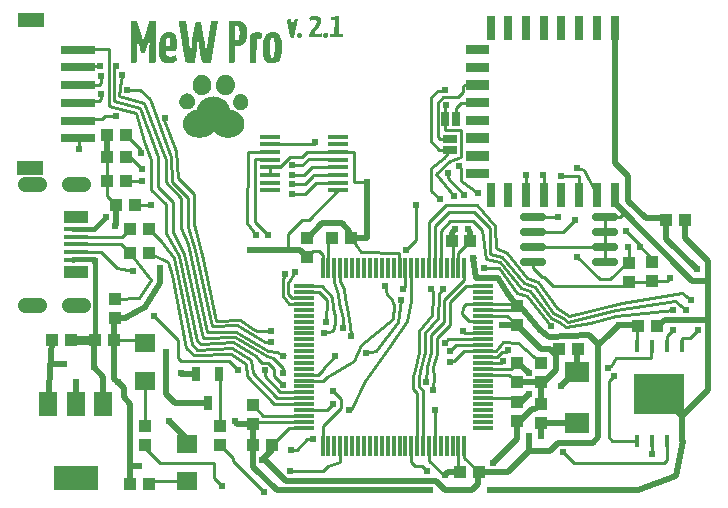
<source format=gtl>
G04 ---------------------------- Layer name :TOP LAYER*
G04 EasyEDA v5.7.22, Tue, 28 Aug 2018 07:39:09 GMT*
G04 bfd24f9e386c429bb71d77877026fdf2*
G04 Gerber Generator version 0.2*
G04 Scale: 100 percent, Rotated: No, Reflected: No *
G04 Dimensions in inches *
G04 leading zeros omitted , absolute positions ,2 integer and 4 decimal *
%FSLAX24Y24*%
%MOIN*%
G90*
G70D02*

%ADD11C,0.030000*%
%ADD12C,0.016000*%
%ADD13C,0.020000*%
%ADD14C,0.010000*%
%ADD15C,0.009000*%
%ADD16C,0.027559*%
%ADD18C,0.024400*%
%ADD19R,0.149606X0.078740*%
%ADD20R,0.059055X0.078740*%
%ADD21R,0.017717X0.039370*%
%ADD22R,0.167323X0.133858*%
%ADD23R,0.082677X0.017717*%
%ADD24R,0.082677X0.043307*%
%ADD25R,0.039370X0.043307*%
%ADD26R,0.043307X0.039370*%
%ADD27R,0.080000X0.070000*%
%ADD28R,0.027559X0.049213*%
%ADD29R,0.070900X0.063000*%
%ADD30R,0.118110X0.027600*%
%ADD31R,0.086614X0.051181*%
%ADD32R,0.071000X0.016000*%
%ADD33R,0.071500X0.012500*%
%ADD34R,0.012500X0.071500*%
%ADD35R,0.050000X0.025000*%
%ADD36R,0.025000X0.050000*%
%ADD37R,0.031500X0.078740*%
%ADD38C,0.051181*%

%LPD*%

%LPD*%
G36*
G01X7120Y12259D02*
G01X7091Y12259D01*
G01X7063Y12259D01*
G01X7035Y12261D01*
G01X7008Y12264D01*
G01X6983Y12267D01*
G01X6959Y12271D01*
G01X6937Y12276D01*
G01X6918Y12282D01*
G01X6896Y12290D01*
G01X6875Y12299D01*
G01X6854Y12308D01*
G01X6834Y12318D01*
G01X6815Y12329D01*
G01X6796Y12340D01*
G01X6777Y12351D01*
G01X6759Y12364D01*
G01X6741Y12377D01*
G01X6724Y12391D01*
G01X6708Y12405D01*
G01X6691Y12420D01*
G01X6639Y12470D01*
G01X6587Y12420D01*
G01X6569Y12403D01*
G01X6550Y12387D01*
G01X6532Y12372D01*
G01X6513Y12358D01*
G01X6495Y12345D01*
G01X6476Y12334D01*
G01X6457Y12323D01*
G01X6438Y12313D01*
G01X6418Y12304D01*
G01X6398Y12296D01*
G01X6377Y12288D01*
G01X6356Y12282D01*
G01X6334Y12276D01*
G01X6312Y12272D01*
G01X6288Y12268D01*
G01X6265Y12265D01*
G01X6240Y12263D01*
G01X6214Y12261D01*
G01X6188Y12260D01*
G01X6161Y12260D01*
G01X6132Y12261D01*
G01X6104Y12262D01*
G01X6077Y12265D01*
G01X6051Y12267D01*
G01X6026Y12271D01*
G01X6002Y12276D01*
G01X5979Y12282D01*
G01X5956Y12288D01*
G01X5934Y12295D01*
G01X5913Y12304D01*
G01X5892Y12313D01*
G01X5872Y12323D01*
G01X5853Y12334D01*
G01X5833Y12346D01*
G01X5815Y12359D01*
G01X5796Y12374D01*
G01X5778Y12389D01*
G01X5761Y12405D01*
G01X5743Y12423D01*
G01X5726Y12441D01*
G01X5706Y12464D01*
G01X5689Y12486D01*
G01X5673Y12508D01*
G01X5660Y12529D01*
G01X5649Y12551D01*
G01X5639Y12572D01*
G01X5632Y12595D01*
G01X5626Y12618D01*
G01X5621Y12642D01*
G01X5618Y12668D01*
G01X5616Y12696D01*
G01X5616Y12726D01*
G01X5616Y12756D01*
G01X5618Y12784D01*
G01X5621Y12810D01*
G01X5626Y12835D01*
G01X5632Y12858D01*
G01X5640Y12881D01*
G01X5650Y12903D01*
G01X5662Y12925D01*
G01X5676Y12947D01*
G01X5692Y12969D01*
G01X5711Y12992D01*
G01X5732Y13016D01*
G01X5750Y13034D01*
G01X5770Y13053D01*
G01X5791Y13070D01*
G01X5815Y13088D01*
G01X5839Y13105D01*
G01X5864Y13120D01*
G01X5889Y13135D01*
G01X5914Y13148D01*
G01X5939Y13159D01*
G01X5963Y13169D01*
G01X5986Y13176D01*
G01X6007Y13181D01*
G01X6041Y13190D01*
G01X6064Y13201D01*
G01X6078Y13216D01*
G01X6082Y13235D01*
G01X6085Y13252D01*
G01X6092Y13275D01*
G01X6103Y13302D01*
G01X6117Y13331D01*
G01X6133Y13360D01*
G01X6150Y13389D01*
G01X6169Y13416D01*
G01X6187Y13439D01*
G01X6204Y13458D01*
G01X6222Y13476D01*
G01X6241Y13493D01*
G01X6260Y13509D01*
G01X6281Y13524D01*
G01X6302Y13539D01*
G01X6323Y13552D01*
G01X6346Y13564D01*
G01X6369Y13576D01*
G01X6392Y13586D01*
G01X6416Y13595D01*
G01X6441Y13603D01*
G01X6466Y13611D01*
G01X6491Y13617D01*
G01X6516Y13621D01*
G01X6542Y13625D01*
G01X6570Y13628D01*
G01X6597Y13629D01*
G01X6624Y13630D01*
G01X6651Y13629D01*
G01X6677Y13628D01*
G01X6703Y13625D01*
G01X6729Y13621D01*
G01X6754Y13616D01*
G01X6779Y13611D01*
G01X6803Y13604D01*
G01X6827Y13596D01*
G01X6851Y13588D01*
G01X6874Y13578D01*
G01X6896Y13567D01*
G01X6918Y13556D01*
G01X6939Y13544D01*
G01X6959Y13530D01*
G01X6979Y13516D01*
G01X6998Y13501D01*
G01X7016Y13486D01*
G01X7034Y13469D01*
G01X7051Y13452D01*
G01X7066Y13433D01*
G01X7081Y13414D01*
G01X7096Y13395D01*
G01X7109Y13374D01*
G01X7121Y13353D01*
G01X7133Y13331D01*
G01X7143Y13308D01*
G01X7152Y13284D01*
G01X7160Y13260D01*
G01X7165Y13241D01*
G01X7172Y13218D01*
G01X7185Y13204D01*
G01X7212Y13193D01*
G01X7259Y13181D01*
G01X7287Y13174D01*
G01X7314Y13165D01*
G01X7341Y13155D01*
G01X7367Y13144D01*
G01X7392Y13132D01*
G01X7417Y13119D01*
G01X7441Y13105D01*
G01X7463Y13090D01*
G01X7485Y13074D01*
G01X7505Y13057D01*
G01X7525Y13039D01*
G01X7542Y13020D01*
G01X7557Y13003D01*
G01X7571Y12985D01*
G01X7584Y12967D01*
G01X7596Y12949D01*
G01X7607Y12931D01*
G01X7617Y12912D01*
G01X7626Y12893D01*
G01X7634Y12875D01*
G01X7641Y12855D01*
G01X7647Y12836D01*
G01X7652Y12817D01*
G01X7656Y12798D01*
G01X7659Y12779D01*
G01X7661Y12760D01*
G01X7662Y12740D01*
G01X7663Y12721D01*
G01X7662Y12702D01*
G01X7661Y12683D01*
G01X7658Y12664D01*
G01X7655Y12645D01*
G01X7651Y12627D01*
G01X7645Y12608D01*
G01X7640Y12590D01*
G01X7633Y12572D01*
G01X7625Y12554D01*
G01X7616Y12536D01*
G01X7607Y12519D01*
G01X7597Y12502D01*
G01X7586Y12485D01*
G01X7574Y12469D01*
G01X7561Y12453D01*
G01X7547Y12437D01*
G01X7533Y12422D01*
G01X7518Y12407D01*
G01X7502Y12393D01*
G01X7485Y12379D01*
G01X7467Y12366D01*
G01X7449Y12353D01*
G01X7430Y12341D01*
G01X7410Y12329D01*
G01X7389Y12318D01*
G01X7368Y12307D01*
G01X7346Y12298D01*
G01X7323Y12288D01*
G01X7303Y12282D01*
G01X7281Y12276D01*
G01X7257Y12271D01*
G01X7232Y12267D01*
G01X7205Y12264D01*
G01X7177Y12261D01*
G01X7149Y12259D01*
G01X7120Y12259D01*
G37*

%LPC*%

%LPD*%
G36*
G01X7549Y13170D02*
G01X7531Y13170D01*
G01X7513Y13171D01*
G01X7495Y13173D01*
G01X7477Y13177D01*
G01X7459Y13183D01*
G01X7441Y13190D01*
G01X7424Y13199D01*
G01X7407Y13210D01*
G01X7390Y13222D01*
G01X7374Y13236D01*
G01X7358Y13252D01*
G01X7343Y13270D01*
G01X7330Y13289D01*
G01X7319Y13308D01*
G01X7309Y13328D01*
G01X7301Y13348D01*
G01X7294Y13369D01*
G01X7289Y13390D01*
G01X7286Y13411D01*
G01X7284Y13432D01*
G01X7283Y13453D01*
G01X7285Y13475D01*
G01X7287Y13495D01*
G01X7292Y13516D01*
G01X7297Y13536D01*
G01X7304Y13556D01*
G01X7313Y13575D01*
G01X7323Y13593D01*
G01X7334Y13611D01*
G01X7347Y13627D01*
G01X7362Y13642D01*
G01X7377Y13657D01*
G01X7394Y13670D01*
G01X7412Y13682D01*
G01X7432Y13692D01*
G01X7452Y13701D01*
G01X7473Y13707D01*
G01X7494Y13711D01*
G01X7516Y13714D01*
G01X7537Y13715D01*
G01X7558Y13713D01*
G01X7579Y13710D01*
G01X7599Y13705D01*
G01X7619Y13698D01*
G01X7639Y13690D01*
G01X7658Y13680D01*
G01X7676Y13669D01*
G01X7693Y13656D01*
G01X7708Y13641D01*
G01X7723Y13626D01*
G01X7737Y13608D01*
G01X7749Y13590D01*
G01X7760Y13570D01*
G01X7769Y13550D01*
G01X7776Y13528D01*
G01X7782Y13505D01*
G01X7786Y13482D01*
G01X7788Y13461D01*
G01X7789Y13439D01*
G01X7788Y13418D01*
G01X7785Y13398D01*
G01X7782Y13378D01*
G01X7777Y13359D01*
G01X7770Y13340D01*
G01X7763Y13322D01*
G01X7754Y13305D01*
G01X7744Y13289D01*
G01X7733Y13274D01*
G01X7721Y13259D01*
G01X7709Y13245D01*
G01X7695Y13233D01*
G01X7681Y13221D01*
G01X7666Y13211D01*
G01X7651Y13201D01*
G01X7635Y13193D01*
G01X7618Y13186D01*
G01X7601Y13180D01*
G01X7584Y13175D01*
G01X7567Y13172D01*
G01X7549Y13170D01*
G37*

%LPC*%

%LPD*%
G36*
G01X5777Y13201D02*
G01X5753Y13200D01*
G01X5729Y13201D01*
G01X5706Y13204D01*
G01X5684Y13209D01*
G01X5662Y13215D01*
G01X5642Y13223D01*
G01X5623Y13232D01*
G01X5604Y13244D01*
G01X5587Y13256D01*
G01X5571Y13271D01*
G01X5556Y13286D01*
G01X5542Y13303D01*
G01X5530Y13321D01*
G01X5519Y13340D01*
G01X5510Y13360D01*
G01X5502Y13381D01*
G01X5496Y13404D01*
G01X5492Y13427D01*
G01X5489Y13451D01*
G01X5489Y13476D01*
G01X5490Y13496D01*
G01X5493Y13515D01*
G01X5498Y13536D01*
G01X5506Y13555D01*
G01X5515Y13575D01*
G01X5525Y13594D01*
G01X5537Y13613D01*
G01X5550Y13631D01*
G01X5565Y13648D01*
G01X5580Y13664D01*
G01X5597Y13679D01*
G01X5614Y13692D01*
G01X5632Y13704D01*
G01X5650Y13713D01*
G01X5668Y13721D01*
G01X5687Y13727D01*
G01X5709Y13731D01*
G01X5733Y13734D01*
G01X5757Y13734D01*
G01X5781Y13732D01*
G01X5805Y13728D01*
G01X5828Y13723D01*
G01X5850Y13715D01*
G01X5870Y13707D01*
G01X5889Y13696D01*
G01X5906Y13684D01*
G01X5922Y13671D01*
G01X5937Y13658D01*
G01X5951Y13643D01*
G01X5963Y13628D01*
G01X5973Y13612D01*
G01X5983Y13596D01*
G01X5991Y13579D01*
G01X5998Y13561D01*
G01X6004Y13544D01*
G01X6008Y13526D01*
G01X6011Y13507D01*
G01X6013Y13489D01*
G01X6014Y13470D01*
G01X6014Y13452D01*
G01X6012Y13434D01*
G01X6010Y13415D01*
G01X6006Y13397D01*
G01X6001Y13380D01*
G01X5994Y13362D01*
G01X5987Y13346D01*
G01X5979Y13329D01*
G01X5969Y13313D01*
G01X5959Y13299D01*
G01X5947Y13284D01*
G01X5935Y13271D01*
G01X5921Y13259D01*
G01X5907Y13247D01*
G01X5891Y13237D01*
G01X5875Y13228D01*
G01X5857Y13219D01*
G01X5839Y13213D01*
G01X5819Y13207D01*
G01X5799Y13203D01*
G01X5777Y13201D01*
G37*

%LPC*%

%LPD*%
G36*
G01X6267Y13679D02*
G01X6245Y13678D01*
G01X6223Y13679D01*
G01X6201Y13681D01*
G01X6180Y13684D01*
G01X6160Y13689D01*
G01X6140Y13695D01*
G01X6121Y13703D01*
G01X6103Y13711D01*
G01X6085Y13721D01*
G01X6069Y13732D01*
G01X6053Y13744D01*
G01X6038Y13757D01*
G01X6024Y13772D01*
G01X6010Y13787D01*
G01X5998Y13803D01*
G01X5987Y13821D01*
G01X5977Y13839D01*
G01X5968Y13858D01*
G01X5960Y13878D01*
G01X5953Y13898D01*
G01X5947Y13920D01*
G01X5943Y13942D01*
G01X5940Y13965D01*
G01X5938Y13988D01*
G01X5937Y14012D01*
G01X5938Y14036D01*
G01X5939Y14060D01*
G01X5943Y14083D01*
G01X5947Y14105D01*
G01X5952Y14126D01*
G01X5959Y14147D01*
G01X5967Y14167D01*
G01X5976Y14187D01*
G01X5986Y14205D01*
G01X5997Y14223D01*
G01X6010Y14240D01*
G01X6023Y14255D01*
G01X6038Y14271D01*
G01X6053Y14285D01*
G01X6070Y14298D01*
G01X6087Y14310D01*
G01X6105Y14321D01*
G01X6125Y14331D01*
G01X6145Y14340D01*
G01X6167Y14348D01*
G01X6187Y14353D01*
G01X6212Y14355D01*
G01X6241Y14355D01*
G01X6271Y14353D01*
G01X6301Y14350D01*
G01X6329Y14344D01*
G01X6356Y14336D01*
G01X6377Y14328D01*
G01X6398Y14316D01*
G01X6418Y14303D01*
G01X6437Y14289D01*
G01X6454Y14274D01*
G01X6471Y14258D01*
G01X6486Y14240D01*
G01X6499Y14221D01*
G01X6511Y14202D01*
G01X6522Y14181D01*
G01X6532Y14159D01*
G01X6540Y14137D01*
G01X6547Y14113D01*
G01X6552Y14089D01*
G01X6556Y14064D01*
G01X6558Y14039D01*
G01X6559Y14012D01*
G01X6558Y13988D01*
G01X6556Y13965D01*
G01X6553Y13942D01*
G01X6548Y13920D01*
G01X6542Y13899D01*
G01X6535Y13878D01*
G01X6527Y13859D01*
G01X6518Y13840D01*
G01X6508Y13822D01*
G01X6496Y13805D01*
G01X6484Y13788D01*
G01X6470Y13773D01*
G01X6456Y13759D01*
G01X6440Y13746D01*
G01X6424Y13733D01*
G01X6407Y13722D01*
G01X6389Y13712D01*
G01X6371Y13703D01*
G01X6351Y13696D01*
G01X6331Y13690D01*
G01X6311Y13685D01*
G01X6289Y13681D01*
G01X6267Y13679D01*
G37*

%LPC*%

%LPD*%
G36*
G01X7051Y13679D02*
G01X7027Y13678D01*
G01X7001Y13680D01*
G01X6977Y13682D01*
G01X6953Y13687D01*
G01X6930Y13693D01*
G01X6908Y13701D01*
G01X6886Y13711D01*
G01X6866Y13722D01*
G01X6847Y13734D01*
G01X6829Y13749D01*
G01X6812Y13764D01*
G01X6796Y13781D01*
G01X6781Y13800D01*
G01X6768Y13819D01*
G01X6756Y13840D01*
G01X6745Y13862D01*
G01X6736Y13885D01*
G01X6728Y13909D01*
G01X6722Y13934D01*
G01X6718Y13961D01*
G01X6715Y13988D01*
G01X6714Y14012D01*
G01X6714Y14035D01*
G01X6716Y14058D01*
G01X6719Y14081D01*
G01X6723Y14103D01*
G01X6729Y14125D01*
G01X6736Y14146D01*
G01X6744Y14166D01*
G01X6753Y14186D01*
G01X6764Y14205D01*
G01X6776Y14223D01*
G01X6788Y14240D01*
G01X6802Y14257D01*
G01X6817Y14272D01*
G01X6833Y14286D01*
G01X6850Y14300D01*
G01X6868Y14312D01*
G01X6887Y14323D01*
G01X6906Y14333D01*
G01X6927Y14341D01*
G01X6948Y14348D01*
G01X6970Y14353D01*
G01X6991Y14357D01*
G01X7013Y14358D01*
G01X7035Y14358D01*
G01X7057Y14356D01*
G01X7078Y14353D01*
G01X7099Y14348D01*
G01X7120Y14342D01*
G01X7141Y14334D01*
G01X7160Y14324D01*
G01X7180Y14313D01*
G01X7198Y14301D01*
G01X7216Y14287D01*
G01X7233Y14272D01*
G01X7249Y14256D01*
G01X7264Y14238D01*
G01X7277Y14220D01*
G01X7290Y14200D01*
G01X7301Y14179D01*
G01X7310Y14159D01*
G01X7318Y14138D01*
G01X7325Y14117D01*
G01X7330Y14096D01*
G01X7335Y14075D01*
G01X7338Y14054D01*
G01X7339Y14033D01*
G01X7340Y14012D01*
G01X7339Y13991D01*
G01X7337Y13970D01*
G01X7334Y13950D01*
G01X7330Y13929D01*
G01X7324Y13909D01*
G01X7317Y13889D01*
G01X7309Y13870D01*
G01X7300Y13851D01*
G01X7290Y13833D01*
G01X7278Y13815D01*
G01X7266Y13798D01*
G01X7252Y13781D01*
G01X7236Y13763D01*
G01X7219Y13748D01*
G01X7203Y13734D01*
G01X7186Y13721D01*
G01X7169Y13711D01*
G01X7152Y13702D01*
G01X7133Y13694D01*
G01X7114Y13688D01*
G01X7094Y13684D01*
G01X7073Y13681D01*
G01X7051Y13679D01*
G37*

%LPC*%

%LPD*%
G54D11*
G01X1867Y5498D02*
G01X2695Y5498D01*
G01X2695Y5498D01*
G54D12*
G01X2695Y5498D02*
G01X2695Y8134D01*
G01X2695Y8134D02*
G01X2695Y8134D01*
G01X2631Y8198D01*
G01X1947Y8198D01*
G01X1935Y8186D01*
G54D13*
G01X2937Y3378D02*
G01X2937Y4292D01*
G01X2631Y4598D01*
G01X2631Y4598D02*
G01X2631Y4598D01*
G01X2631Y5434D01*
G01X2695Y5498D01*
G01X1126Y3378D02*
G01X1237Y5498D01*
G01X1237Y5498D01*
G54D14*
G01X5731Y798D02*
G01X4567Y798D01*
G01X4467Y698D01*
G01X4331Y4138D02*
G01X4331Y2634D01*
G01X4331Y2634D01*
G01X4331Y2003D02*
G01X4331Y1898D01*
G01X4831Y1398D01*
G01X6631Y1398D01*
G54D13*
G01X6057Y4390D02*
G01X5539Y4390D01*
G01X5531Y4398D01*
G01X1195Y4703D02*
G01X1626Y4703D01*
G01X1631Y4698D01*
G54D12*
G01X1935Y9209D02*
G01X2643Y9209D01*
G01X3031Y9598D01*
G54D13*
G01X3325Y5498D02*
G01X3325Y6255D01*
G01X3331Y6261D01*
G01X2031Y3378D02*
G01X2031Y4098D01*
G01X3325Y5498D02*
G01X3325Y4203D01*
G01X3431Y4098D01*
G54D14*
G01X1935Y8953D02*
G01X3593Y8953D01*
G01X3837Y9198D01*
G01X3331Y8698D02*
G01X3537Y8698D01*
G01X3837Y8398D01*
G01X3331Y6892D02*
G01X4131Y6903D01*
G01X4531Y7498D01*
G01X3837Y8398D01*
G01X3331Y8698D02*
G01X1935Y8698D01*
G01X3325Y5498D02*
G01X4231Y5498D01*
G01X4331Y5398D01*
G01X6831Y2634D02*
G01X6831Y4363D01*
G01X6805Y4390D01*
G01X1935Y8442D02*
G01X2887Y8442D01*
G01X3420Y7909D01*
G01X3931Y7798D01*
G01X3725Y11598D02*
G01X3831Y11598D01*
G01X4231Y11198D01*
G01X3725Y10798D02*
G01X4231Y10798D01*
G01X4231Y10798D01*
G01X4025Y9998D02*
G01X4531Y9998D01*
G01X4531Y9998D01*
G01X3095Y11598D02*
G01X3095Y10798D01*
G01X3095Y10798D02*
G01X3095Y10298D01*
G01X3395Y9998D01*
G54D13*
G01X3331Y6261D02*
G01X3695Y6261D01*
G01X4331Y6598D01*
G01X4831Y7398D01*
G01X4831Y7898D01*
G01X3395Y9998D02*
G01X3395Y9361D01*
G01X3331Y9298D01*
G01X5031Y5098D02*
G01X5031Y3698D01*
G01X5331Y3398D01*
G01X6423Y3398D01*
G01X6431Y3405D01*
G01X5731Y2057D02*
G01X5731Y2198D01*
G01X5131Y2798D01*
G01X3837Y698D02*
G01X3837Y3392D01*
G01X3631Y3598D01*
G01X3631Y3898D01*
G01X3431Y4098D01*
G01X3091Y12188D02*
G01X3081Y12148D01*
G01X3095Y11598D01*
G54D14*
G01X3725Y12338D02*
G01X4210Y11852D01*
G01X4210Y11798D01*
G01X4210Y11737D01*
G01X9661Y3378D02*
G01X8651Y3378D01*
G01X7731Y4298D01*
G01X7711Y4707D01*
G01X7221Y5038D01*
G01X5981Y5017D01*
G01X5721Y5257D01*
G01X5261Y7678D01*
G01X5111Y8117D01*
G01X4467Y8398D01*
G01X4467Y8398D01*
G01X9661Y3567D02*
G01X8761Y3567D01*
G01X7931Y4398D01*
G01X7891Y4838D01*
G01X7251Y5248D01*
G01X7251Y5248D02*
G01X6071Y5188D01*
G01X5901Y5367D01*
G01X5311Y8257D01*
G01X4867Y8798D01*
G01X4467Y9198D01*
G01X9661Y3767D02*
G01X8861Y3767D01*
G01X8331Y4298D01*
G01X8331Y4498D01*
G01X7431Y4498D02*
G01X7131Y4798D01*
G01X5531Y4798D01*
G01X5431Y4898D01*
G01X5431Y5498D01*
G01X4631Y6298D01*
G01X10461Y7917D02*
G01X10461Y8763D01*
G01X10595Y8898D01*
G01X11225Y8898D02*
G01X11551Y8438D01*
G01X12811Y8407D01*
G01X12831Y7917D01*
G01X9661Y2978D02*
G01X8287Y2978D01*
G01X7931Y3334D01*
G01X9661Y2788D02*
G01X8015Y2788D01*
G01X7931Y2703D01*
G01X9661Y2588D02*
G01X9157Y2588D01*
G01X8567Y1998D01*
G54D13*
G01X7937Y1998D02*
G01X7937Y2698D01*
G01X7931Y2703D01*
G01X7931Y2703D02*
G01X7425Y2703D01*
G01X7331Y2798D01*
G01X4131Y1298D02*
G01X3852Y1298D01*
G01X3837Y1282D01*
G01X8567Y1998D02*
G01X8567Y1834D01*
G01X8231Y1498D01*
G54D14*
G01X14791Y1978D02*
G01X14791Y1144D01*
G01X14837Y1098D01*
G01X14991Y1978D02*
G01X14991Y1574D01*
G01X15467Y1098D01*
G54D13*
G01X8231Y1498D02*
G01X8331Y1498D01*
G01X9031Y798D01*
G01X14031Y798D01*
G01X14331Y498D01*
G01X15231Y498D01*
G01X15431Y698D01*
G01X15431Y1061D01*
G01X15467Y1098D01*
G01X14837Y1098D02*
G01X14431Y1098D01*
G01X14331Y998D01*
G01X7937Y1998D02*
G01X7937Y1292D01*
G01X8731Y498D01*
G01X13831Y498D01*
G54D14*
G01X15601Y4357D02*
G01X16477Y4357D01*
G01X16731Y4103D01*
G01X15601Y4557D02*
G01X16555Y4557D01*
G01X16731Y4734D01*
G54D13*
G01X16731Y4103D02*
G01X17531Y4103D01*
G01X17531Y4103D01*
G54D14*
G01X15601Y5148D02*
G01X16041Y5157D01*
G01X16271Y5438D01*
G01X16781Y5428D01*
G01X17531Y4734D01*
G54D13*
G01X17531Y3392D02*
G01X17531Y4103D01*
G01X17531Y4103D01*
G54D14*
G01X15601Y4748D02*
G01X16241Y4748D01*
G01X16291Y4798D01*
G54D13*
G01X17531Y2761D02*
G01X17531Y2298D01*
G01X17531Y2298D01*
G54D14*
G01X15601Y3567D02*
G01X16597Y3567D01*
G01X16731Y3434D01*
G54D13*
G01X16731Y2803D02*
G01X16837Y2803D01*
G01X17131Y3098D01*
G01X17231Y3198D01*
G01X17337Y3198D01*
G01X17531Y3392D01*
G01X16731Y4734D02*
G01X16795Y4734D01*
G01X17131Y4398D01*
G01X16731Y3434D02*
G01X16867Y3434D01*
G01X17131Y3698D01*
G01X16731Y2803D02*
G01X16731Y2198D01*
G01X15941Y1407D01*
G01X15467Y1098D02*
G01X16431Y1098D01*
G01X17131Y1798D01*
G01X17131Y2298D01*
G54D14*
G01X15601Y6717D02*
G01X16647Y6717D01*
G01X16731Y6634D01*
G01X15601Y6528D02*
G01X16625Y6528D01*
G01X16731Y6634D01*
G01X15601Y6328D02*
G01X16407Y6328D01*
G01X16731Y6003D01*
G01X15601Y6717D02*
G01X15051Y6717D01*
G01X14931Y6598D01*
G01X15601Y6128D02*
G01X15141Y6138D01*
G01X14921Y6388D01*
G01X14931Y6598D01*
G54D13*
G01X17531Y4103D02*
G01X17637Y4103D01*
G01X18031Y4498D01*
G01X18031Y4998D01*
G01X17831Y5198D01*
G01X17537Y5198D01*
G01X16731Y6003D01*
G01X17531Y2761D02*
G01X18717Y2761D01*
G01X18731Y2748D01*
G01X18031Y4834D02*
G01X18031Y5092D01*
G01X18137Y5198D01*
G01X18731Y4448D02*
G01X18731Y5161D01*
G01X18767Y5198D01*
G54D14*
G01X15601Y4948D02*
G01X16071Y4948D01*
G01X16141Y5017D01*
G01X16161Y5017D01*
G01X16251Y5107D01*
G01X16391Y5107D01*
G01X16451Y5167D01*
G54D13*
G01X18731Y4448D02*
G01X18691Y4448D01*
G01X18211Y3967D01*
G01X16731Y6634D02*
G01X16835Y6634D01*
G01X17511Y5848D01*
G01X17801Y5628D01*
G01X19161Y5688D01*
G01X19461Y5388D01*
G01X19461Y2267D01*
G01X19271Y2078D01*
G01X18121Y2078D01*
G01X17841Y1798D01*
G01X17139Y1798D01*
G01X17131Y1805D01*
G01X22241Y2153D02*
G01X22241Y2978D01*
G01X21491Y3728D01*
G01X15831Y498D02*
G01X20791Y498D01*
G01X22031Y967D01*
G01X22268Y2148D01*
G01X22241Y2153D01*
G54D14*
G01X20741Y5303D02*
G01X20741Y5944D01*
G01X20775Y5978D01*
G54D13*
G01X19461Y5388D02*
G01X19491Y5388D01*
G01X19831Y5728D01*
G01X20131Y6028D01*
G01X20131Y6028D02*
G01X20131Y6028D01*
G01X20725Y6028D01*
G01X20775Y5978D01*
G01X21405Y5978D02*
G01X21681Y6188D01*
G01X23101Y6188D01*
G01X23101Y3838D01*
G01X22241Y2978D01*
G54D14*
G01X15601Y5338D02*
G01X14721Y5338D01*
G01X14521Y5138D01*
G01X21241Y5303D02*
G01X21221Y4917D01*
G01X20061Y4917D01*
G01X19871Y4648D01*
G01X19791Y4567D01*
G01X21741Y5303D02*
G01X21741Y5638D01*
G01X21941Y5838D01*
G01X22241Y5303D02*
G01X22241Y5567D01*
G01X22511Y5567D01*
G01X22791Y5848D01*
G01X21951Y6528D02*
G01X21951Y6528D01*
G01X20051Y6307D01*
G01X19191Y6078D01*
G01X18381Y5938D01*
G01X18161Y6098D01*
G01X17871Y6257D01*
G01X17181Y7148D01*
G01X16881Y7238D01*
G01X16191Y8107D01*
G01X15701Y8198D01*
G01X15591Y9178D01*
G01X15281Y9488D01*
G01X14521Y9488D01*
G01X14201Y9157D01*
G01X14201Y7917D01*
G01X22551Y6838D02*
G01X22241Y7078D01*
G01X20241Y6738D01*
G01X18471Y6328D01*
G01X18091Y6578D01*
G01X17431Y7448D01*
G01X17091Y7567D01*
G01X16411Y8417D01*
G01X16061Y8567D01*
G01X16011Y9317D01*
G01X15419Y10017D01*
G01X14368Y10017D01*
G01X13821Y9461D01*
G01X13821Y7928D01*
G01X13811Y7917D01*
G01X15601Y5538D02*
G01X14441Y5538D01*
G01X14331Y5428D01*
G01X20741Y2153D02*
G01X19916Y2153D01*
G01X19801Y2267D01*
G01X19801Y4148D01*
G01X19981Y4328D01*
G01X14601Y7917D02*
G01X14601Y8771D01*
G01X14565Y8807D01*
G01X14791Y7917D02*
G01X14791Y8403D01*
G01X15195Y8807D01*
G54D13*
G01X14565Y8807D02*
G01X14565Y9092D01*
G01X14691Y9217D01*
G01X16731Y6634D02*
G01X16451Y7057D01*
G01X16101Y7578D01*
G01X15391Y7578D01*
G01X15291Y8238D01*
G01X15301Y8248D01*
G01X15291Y8238D01*
G01X15195Y8807D02*
G01X15195Y9124D01*
G01X15101Y9217D01*
G01X16731Y6003D02*
G01X16245Y6003D01*
G01X16241Y6007D01*
G54D14*
G01X10271Y7917D02*
G01X10271Y8348D01*
G01X10151Y8467D01*
G01X9937Y8467D01*
G01X9761Y8292D01*
G54D13*
G01X9761Y8921D02*
G01X9775Y8921D01*
G01X10251Y9398D01*
G01X10901Y9398D01*
G01X11151Y9148D01*
G01X11151Y8971D01*
G01X11225Y8898D01*
G01X7841Y8528D02*
G01X9525Y8528D01*
G01X9761Y8292D01*
G01X11224Y8898D02*
G01X11761Y8898D01*
G01X11761Y10767D01*
G54D14*
G01X13221Y7917D02*
G01X13211Y6807D01*
G01X13081Y6148D01*
G01X12501Y5307D01*
G01X11681Y4157D01*
G01X11211Y3178D01*
G01X11131Y3178D01*
G01X6631Y1398D02*
G01X6631Y917D01*
G01X6911Y638D01*
G01X9211Y1857D02*
G01X9401Y1857D01*
G01X9751Y2208D01*
G01X9910Y2208D01*
G01X9931Y2228D01*
G01X21241Y2153D02*
G01X21241Y1717D01*
G01X22391Y6528D02*
G01X22371Y6528D01*
G01X22001Y6798D01*
G01X20041Y6498D01*
G01X18441Y6128D01*
G01X18271Y6238D01*
G01X17961Y6428D01*
G01X17331Y7288D01*
G01X16981Y7407D01*
G01X16261Y8278D01*
G01X15861Y8378D01*
G01X15831Y9248D01*
G01X15301Y9767D01*
G01X14481Y9767D01*
G01X14021Y9317D01*
G01X14021Y7928D01*
G01X14011Y7917D01*
G01X21741Y2157D02*
G01X21741Y1498D01*
G01X21641Y1398D01*
G01X18651Y1398D01*
G01X18271Y1778D01*
G01X14011Y1978D02*
G01X14011Y3157D01*
G01X14021Y3167D01*
G01X14331Y998D02*
G01X14301Y998D01*
G01X13821Y1478D01*
G01X13821Y1967D01*
G01X13811Y1978D01*
G01X9661Y7117D02*
G01X10151Y7117D01*
G01X10408Y6861D01*
G01X10391Y6107D01*
G01X9661Y7307D02*
G01X10251Y7307D01*
G01X10591Y6938D01*
G01X10611Y6567D01*
G01X10671Y6298D01*
G01X10671Y6078D01*
G01X10611Y5828D01*
G01X10311Y5757D01*
G01X10311Y5757D01*
G01X10661Y7917D02*
G01X10661Y7438D01*
G01X10771Y7057D01*
G01X10821Y6748D01*
G01X10871Y6478D01*
G01X10951Y6248D01*
G01X10951Y5917D01*
G01X10861Y7917D02*
G01X10861Y7488D01*
G01X10981Y7198D01*
G01X11011Y6907D01*
G01X11091Y6578D01*
G01X11191Y6028D01*
G01X11201Y5657D01*
G01X9661Y6917D02*
G01X9241Y6917D01*
G01X9111Y7048D01*
G01X9111Y7428D01*
G01X9341Y7788D01*
G01X9661Y6717D02*
G01X9141Y6717D01*
G01X8931Y6978D01*
G01X8931Y7538D01*
G01X9001Y7728D01*
G01X9661Y3178D02*
G01X10401Y3178D01*
G01X10611Y3388D01*
G01X8961Y4007D02*
G01X8661Y4317D01*
G01X8661Y4548D01*
G01X8461Y4748D01*
G01X8241Y4748D01*
G01X8151Y4838D01*
G01X8031Y4988D01*
G01X7281Y5438D01*
G01X6201Y5388D01*
G01X6091Y5478D01*
G01X5481Y8317D01*
G01X5031Y9067D01*
G01X5031Y10038D01*
G01X4551Y10517D01*
G01X4551Y11528D01*
G01X4321Y12138D01*
G01X4051Y13078D01*
G01X3661Y13178D01*
G01X3131Y13328D01*
G01X3141Y15217D01*
G01X2081Y15217D01*
G01X10271Y1978D02*
G01X10271Y2638D01*
G01X10871Y3238D01*
G01X10871Y3557D01*
G01X10611Y3817D01*
G01X8961Y4407D02*
G01X8961Y4578D01*
G01X8611Y4928D01*
G01X8401Y4978D01*
G01X8071Y5178D01*
G01X7331Y5607D01*
G01X6271Y5578D01*
G01X5651Y8388D01*
G01X5291Y9117D01*
G01X5291Y10107D01*
G01X4771Y10628D01*
G01X4771Y11598D01*
G01X4501Y12348D01*
G01X4341Y12788D01*
G01X4181Y13238D01*
G01X3301Y13478D01*
G01X3311Y14657D01*
G01X3371Y14657D01*
G01X15601Y5148D02*
G01X14981Y5148D01*
G01X14641Y4807D01*
G01X14531Y4807D01*
G01X14511Y4788D01*
G01X9001Y5017D02*
G01X8911Y5017D01*
G01X8731Y5128D01*
G01X8461Y5138D01*
G01X7381Y5778D01*
G01X6401Y5767D01*
G01X5784Y8711D01*
G01X5551Y9248D01*
G01X5551Y10248D01*
G01X5031Y10767D01*
G01X5031Y11528D01*
G01X4315Y13421D01*
G01X3471Y13638D01*
G01X3541Y14167D01*
G01X3606Y14388D01*
G01X3621Y14388D01*
G01X15601Y7307D02*
G01X15031Y7307D01*
G01X14501Y6778D01*
G01X14501Y5998D01*
G01X14081Y5578D01*
G01X14081Y5038D01*
G01X13941Y4598D01*
G01X13981Y4238D01*
G01X13931Y3957D01*
G01X13931Y3857D01*
G01X14991Y7917D02*
G01X14991Y7517D01*
G01X14321Y6848D01*
G01X14321Y6107D01*
G01X13881Y5667D01*
G01X13881Y5128D01*
G01X13741Y4598D01*
G01X13721Y4107D01*
G01X13721Y4107D01*
G01X8531Y5437D02*
G01X8331Y5437D01*
G01X7420Y5998D01*
G01X6591Y5967D01*
G01X6010Y8517D01*
G01X5781Y9278D01*
G01X5781Y10248D01*
G01X5241Y10787D01*
G01X5211Y11598D01*
G01X4501Y13537D01*
G01X4181Y13857D01*
G01X3761Y13857D01*
G01X8531Y5808D02*
G01X8251Y5808D01*
G01X8091Y5828D01*
G01X7951Y5878D01*
G01X7503Y6179D01*
G01X6720Y6158D01*
G01X6270Y8228D01*
G01X5970Y9367D01*
G01X5970Y10367D01*
G01X5441Y10898D01*
G01X5381Y11798D01*
G01X4966Y12858D01*
G01X5011Y12902D01*
G01X5011Y12902D01*
G54D13*
G01X19999Y10344D02*
G01X19999Y10080D01*
G01X22591Y7488D01*
G01X23011Y7488D01*
G01X23101Y7398D01*
G01X23101Y6188D01*
G01X19999Y15911D02*
G01X19999Y11409D01*
G01X20441Y10967D01*
G01X20441Y10157D01*
G01X21041Y9588D01*
G01X21041Y9588D02*
G01X21615Y9588D01*
G01X21705Y9498D01*
G01X21705Y9498D02*
G01X21705Y8894D01*
G01X22731Y7867D01*
G01X22335Y9498D02*
G01X22335Y8913D01*
G01X23101Y8148D01*
G01X23101Y7398D01*
G54D14*
G01X13021Y7917D02*
G01X13021Y7298D01*
G01X12951Y7228D01*
G01X15661Y7907D02*
G01X16131Y7907D01*
G01X16751Y7067D01*
G01X17091Y6978D01*
G01X17881Y5978D01*
G01X18817Y10348D02*
G01X18801Y10817D01*
G01X18801Y10978D01*
G01X18221Y10988D01*
G01X13221Y1978D02*
G01X13221Y1438D01*
G01X13351Y1307D01*
G01X13581Y1307D01*
G01X13741Y1148D01*
G01X18741Y11257D02*
G01X18981Y11188D01*
G01X19408Y10348D01*
G01X19381Y10317D01*
G01X19408Y10348D01*
G01X11721Y5078D02*
G01X12031Y5138D01*
G01X12791Y6117D01*
G01X12881Y6857D01*
G01X9661Y4157D02*
G01X10271Y4157D01*
G01X10401Y4288D01*
G01X11301Y4817D01*
G01X11531Y5348D01*
G01X12611Y6198D01*
G01X12631Y6678D01*
G01X12541Y6898D01*
G01X12401Y7017D01*
G01X12351Y7307D01*
G01X12351Y7307D01*
G01X14641Y10317D02*
G01X14041Y11038D01*
G01X14511Y11478D01*
G01X14891Y11598D01*
G01X14888Y12498D01*
G01X14351Y12498D01*
G01X14361Y12867D01*
G01X14171Y10198D02*
G01X13881Y10488D01*
G01X13881Y11248D01*
G01X14301Y11587D01*
G01X14501Y11858D01*
G01X13611Y1978D02*
G01X13611Y3828D01*
G01X13471Y3967D01*
G01X13471Y4257D01*
G01X13521Y4478D01*
G01X13681Y5107D01*
G01X13691Y5748D01*
G01X14101Y6248D01*
G01X14131Y6967D01*
G01X13421Y1978D02*
G01X13421Y3738D01*
G01X13281Y3878D01*
G01X13271Y4307D01*
G01X13341Y4507D01*
G01X13471Y5107D01*
G01X13481Y5807D01*
G01X13911Y6338D01*
G01X13951Y6957D01*
G01X13951Y6957D02*
G01X13951Y7138D01*
G01X13891Y7198D01*
G01X14131Y6967D02*
G01X14131Y7048D01*
G01X14281Y7198D01*
G01X17046Y10344D02*
G01X17046Y11013D01*
G01X17041Y11017D01*
G01X17636Y10344D02*
G01X17636Y11003D01*
G01X17621Y11017D01*
G01X14441Y11078D02*
G01X14441Y10907D01*
G01X14991Y10357D01*
G01X15431Y10398D02*
G01X14881Y10828D01*
G01X14881Y11238D01*
G01X14801Y11317D01*
G01X20471Y7461D02*
G01X21228Y7461D01*
G01X21251Y7484D01*
G01X21251Y7484D02*
G01X21747Y7484D01*
G01X21841Y7578D01*
G01X21251Y8113D02*
G01X21251Y8238D01*
G01X20861Y8628D01*
G01X20471Y8092D02*
G01X20471Y8598D01*
G01X20461Y8607D01*
G01X17291Y8628D02*
G01X19671Y8628D01*
G01X19671Y8628D02*
G01X19671Y8128D01*
G01X19671Y8628D02*
G01X19671Y9128D01*
G01X19671Y9128D02*
G01X19671Y9628D01*
G01X17291Y8128D02*
G01X17291Y7907D01*
G01X17591Y7607D01*
G01X17661Y7607D01*
G01X17961Y7307D01*
G01X20317Y7307D01*
G01X20471Y7461D01*
G01X20471Y8092D02*
G01X20405Y8092D01*
G01X19851Y7538D01*
G01X19511Y7538D01*
G01X18761Y8288D01*
G01X17291Y9628D02*
G01X18111Y9628D01*
G01X18121Y9617D01*
G01X19671Y9628D02*
G01X20195Y9628D01*
G01X20323Y9755D01*
G01X20861Y8628D02*
G01X20861Y8678D01*
G01X20381Y9157D01*
G01X17291Y9128D02*
G01X18281Y9128D01*
G01X18681Y9528D01*
G01X9662Y4357D02*
G01X10120Y4357D01*
G01X10270Y4508D01*
G01X10270Y4547D01*
G01X10691Y4967D01*
G01X2161Y11867D02*
G01X2161Y12185D01*
G01X2069Y12276D01*
G01X2881Y14307D02*
G01X2881Y14088D01*
G01X2811Y14017D01*
G01X2097Y14017D01*
G01X2071Y14043D01*
G01X2891Y13707D02*
G01X2891Y13548D01*
G01X2811Y13467D01*
G01X2080Y13467D01*
G01X2071Y13458D01*
G01X2851Y14638D02*
G01X2070Y14638D01*
G01X2070Y14638D01*
G01X3371Y12978D02*
G01X3001Y12978D01*
G01X2911Y12888D01*
G01X2091Y12888D01*
G01X2071Y12867D01*
G01X9109Y8528D02*
G01X9109Y9056D01*
G01X9581Y9528D01*
G01X9821Y9528D01*
G01X10791Y10498D01*
G01X9251Y11338D02*
G01X9581Y11338D01*
G01X9801Y11557D01*
G01X10761Y11557D01*
G01X10791Y11528D01*
G01X9261Y11028D02*
G01X9651Y11028D01*
G01X9901Y11278D01*
G01X10781Y11278D01*
G01X10791Y11267D01*
G01X9251Y10707D02*
G01X9671Y10707D01*
G01X9931Y10967D01*
G01X9961Y10998D01*
G01X10781Y10998D01*
G01X10791Y11007D01*
G01X9251Y10378D02*
G01X9681Y10378D01*
G01X10051Y10748D01*
G01X10781Y10748D01*
G01X10791Y10757D01*
G01X8511Y11267D02*
G01X8511Y11007D01*
G01X8511Y11267D02*
G01X8851Y11267D01*
G01X9181Y11598D01*
G01X9571Y11598D01*
G01X9751Y11778D01*
G01X10791Y11778D01*
G01X11761Y10767D02*
G01X11731Y10767D01*
G01X11301Y10778D01*
G01X11301Y11778D01*
G01X10801Y11788D01*
G01X10791Y11778D01*
G01X8510Y11528D02*
G01X8001Y11537D01*
G01X8001Y9457D01*
G01X8451Y9007D01*
G01X8511Y11778D02*
G01X7771Y11767D01*
G01X7761Y9398D01*
G01X8031Y9017D01*
G01X8510Y12037D02*
G01X9426Y12037D01*
G01X10021Y12037D01*
G01X10021Y12107D01*
G01X13381Y10028D02*
G01X13381Y8848D01*
G01X13060Y8528D01*
G01X15602Y5736D02*
G01X15002Y5736D01*
G01X14931Y5807D01*
G01X14361Y12867D02*
G01X14361Y13328D01*
G01X14371Y13338D01*
G01X14721Y12867D02*
G01X14721Y13248D01*
G01X14891Y13417D01*
G01X15427Y13417D01*
G01X15433Y13423D01*
G01X14501Y12217D02*
G01X14171Y12217D01*
G01X14111Y12278D01*
G01X14111Y13417D01*
G01X14291Y13598D01*
G01X14771Y13598D01*
G01X14941Y13767D01*
G01X14941Y13957D01*
G01X14981Y13998D01*
G01X15416Y13998D01*
G01X15433Y14014D01*
G54D15*
G01X14501Y11857D02*
G01X14161Y11857D01*
G01X13881Y12138D01*
G01X13881Y13607D01*
G01X14101Y13828D01*
G01X14331Y13828D01*
G01X14361Y13857D01*
G54D14*
G01X6831Y2003D02*
G01X6855Y2003D01*
G01X7271Y1588D01*
G01X7271Y1467D01*
G01X8301Y438D01*
G01X9181Y1157D02*
G01X10291Y1157D01*
G01X10461Y1328D01*
G01X10861Y1438D01*
G01X10862Y1976D01*
G54D16*
G01X19966Y8128D02*
G01X19375Y8128D01*
G01X19966Y8628D02*
G01X19375Y8628D01*
G01X19966Y9128D02*
G01X19375Y9128D01*
G01X19966Y9628D02*
G01X19375Y9628D01*
G01X17586Y8128D02*
G01X16995Y8128D01*
G01X17586Y8628D02*
G01X16995Y8628D01*
G01X17586Y9128D02*
G01X16995Y9128D01*
G01X17586Y9628D02*
G01X16995Y9628D01*

%LPD*%
G36*
G01X8637Y14741D02*
G01X8584Y14738D01*
G01X8528Y14740D01*
G01X8479Y14747D01*
G01X8437Y14759D01*
G01X8400Y14776D01*
G01X8370Y14801D01*
G01X8343Y14834D01*
G01X8320Y14876D01*
G01X8301Y14928D01*
G01X8291Y14968D01*
G01X8283Y15014D01*
G01X8277Y15067D01*
G01X8272Y15125D01*
G01X8269Y15189D01*
G01X8268Y15259D01*
G01X8269Y15315D01*
G01X8273Y15368D01*
G01X8278Y15418D01*
G01X8285Y15464D01*
G01X8294Y15507D01*
G01X8305Y15547D01*
G01X8319Y15584D01*
G01X8334Y15618D01*
G01X8351Y15648D01*
G01X8371Y15675D01*
G01X8392Y15699D01*
G01X8416Y15720D01*
G01X8442Y15738D01*
G01X8469Y15752D01*
G01X8499Y15763D01*
G01X8531Y15771D01*
G01X8565Y15776D01*
G01X8600Y15778D01*
G01X8653Y15775D01*
G01X8701Y15766D01*
G01X8743Y15752D01*
G01X8779Y15732D01*
G01X8811Y15706D01*
G01X8838Y15671D01*
G01X8861Y15628D01*
G01X8879Y15578D01*
G01X8890Y15538D01*
G01X8898Y15494D01*
G01X8904Y15445D01*
G01X8909Y15391D01*
G01X8912Y15332D01*
G01X8912Y15267D01*
G01X8911Y15200D01*
G01X8907Y15136D01*
G01X8901Y15078D01*
G01X8892Y15025D01*
G01X8881Y14977D01*
G01X8867Y14934D01*
G01X8850Y14895D01*
G01X8831Y14861D01*
G01X8802Y14824D01*
G01X8768Y14793D01*
G01X8729Y14769D01*
G01X8686Y14751D01*
G01X8637Y14741D01*
G37*

%LPC*%
G36*
G01X8577Y14923D02*
G01X8590Y14921D01*
G01X8602Y14923D01*
G01X8612Y14927D01*
G01X8622Y14934D01*
G01X8630Y14944D01*
G01X8645Y14980D01*
G01X8657Y15042D01*
G01X8662Y15084D01*
G01X8666Y15135D01*
G01X8668Y15194D01*
G01X8668Y15261D01*
G01X8668Y15330D01*
G01X8667Y15388D01*
G01X8665Y15437D01*
G01X8662Y15476D01*
G01X8659Y15508D01*
G01X8654Y15534D01*
G01X8648Y15555D01*
G01X8640Y15569D01*
G01X8631Y15580D01*
G01X8620Y15588D01*
G01X8607Y15592D01*
G01X8592Y15594D01*
G01X8559Y15576D01*
G01X8533Y15526D01*
G01X8527Y15499D01*
G01X8522Y15466D01*
G01X8518Y15426D01*
G01X8515Y15378D01*
G01X8513Y15323D01*
G01X8512Y15261D01*
G01X8513Y15192D01*
G01X8515Y15131D01*
G01X8518Y15080D01*
G01X8521Y15038D01*
G01X8532Y14978D01*
G01X8546Y14944D01*
G01X8555Y14934D01*
G01X8565Y14927D01*
G01X8577Y14923D01*
G37*

%LPD*%
G36*
G01X5173Y14740D02*
G01X5114Y14738D01*
G01X5066Y14740D01*
G01X5022Y14749D01*
G01X4982Y14763D01*
G01X4946Y14783D01*
G01X4913Y14809D01*
G01X4884Y14840D01*
G01X4866Y14869D01*
G01X4849Y14902D01*
G01X4836Y14941D01*
G01X4824Y14984D01*
G01X4816Y15033D01*
G01X4809Y15087D01*
G01X4806Y15146D01*
G01X4804Y15209D01*
G01X4805Y15265D01*
G01X4807Y15317D01*
G01X4811Y15366D01*
G01X4816Y15412D01*
G01X4823Y15455D01*
G01X4831Y15494D01*
G01X4840Y15530D01*
G01X4851Y15563D01*
G01X4877Y15621D01*
G01X4906Y15669D01*
G01X4938Y15707D01*
G01X4974Y15734D01*
G01X5014Y15753D01*
G01X5058Y15767D01*
G01X5105Y15775D01*
G01X5156Y15778D01*
G01X5197Y15775D01*
G01X5235Y15769D01*
G01X5268Y15757D01*
G01X5299Y15741D01*
G01X5325Y15721D01*
G01X5348Y15696D01*
G01X5368Y15667D01*
G01X5384Y15633D01*
G01X5396Y15594D01*
G01X5405Y15551D01*
G01X5411Y15504D01*
G01X5412Y15451D01*
G01X5412Y15395D01*
G01X5409Y15343D01*
G01X5405Y15294D01*
G01X5400Y15248D01*
G01X5393Y15206D01*
G01X5384Y15167D01*
G01X5354Y15162D01*
G01X5320Y15157D01*
G01X5282Y15153D01*
G01X5240Y15149D01*
G01X5195Y15146D01*
G01X5146Y15143D01*
G01X5093Y15141D01*
G01X5036Y15140D01*
G01X5041Y15092D01*
G01X5048Y15053D01*
G01X5058Y15020D01*
G01X5070Y14996D01*
G01X5109Y14964D01*
G01X5168Y14953D01*
G01X5218Y14957D01*
G01X5269Y14967D01*
G01X5324Y14985D01*
G01X5380Y15009D01*
G01X5388Y14978D01*
G01X5394Y14942D01*
G01X5397Y14904D01*
G01X5398Y14861D01*
G01X5378Y14810D01*
G01X5317Y14771D01*
G01X5274Y14756D01*
G01X5226Y14746D01*
G01X5173Y14740D01*
G37*

%LPC*%
G36*
G01X5040Y15379D02*
G01X5036Y15313D01*
G01X5088Y15315D01*
G01X5130Y15318D01*
G01X5163Y15324D01*
G01X5186Y15332D01*
G01X5194Y15373D01*
G01X5196Y15436D01*
G01X5193Y15512D01*
G01X5182Y15557D01*
G01X5174Y15569D01*
G01X5162Y15578D01*
G01X5147Y15584D01*
G01X5128Y15586D01*
G01X5089Y15569D01*
G01X5061Y15519D01*
G01X5052Y15482D01*
G01X5045Y15435D01*
G01X5040Y15379D01*
G37*

%LPD*%
G36*
G01X6373Y14746D02*
G01X6346Y14746D01*
G01X6323Y14748D01*
G01X6302Y14753D01*
G01X6284Y14763D01*
G01X6268Y14778D01*
G01X6244Y14817D01*
G01X6228Y14871D01*
G01X6182Y15094D01*
G01X6176Y15126D01*
G01X6170Y15162D01*
G01X6164Y15203D01*
G01X6157Y15248D01*
G01X6151Y15297D01*
G01X6144Y15351D01*
G01X6137Y15409D01*
G01X6131Y15471D01*
G01X6124Y15537D01*
G01X6116Y15607D01*
G01X6109Y15536D01*
G01X6102Y15469D01*
G01X6095Y15407D01*
G01X6088Y15349D01*
G01X6082Y15295D01*
G01X6076Y15246D01*
G01X6070Y15201D01*
G01X6065Y15161D01*
G01X6059Y15125D01*
G01X6054Y15094D01*
G01X5998Y14757D01*
G01X5948Y14753D01*
G01X5896Y14750D01*
G01X5842Y14748D01*
G01X5786Y14748D01*
G01X5766Y14750D01*
G01X5748Y14756D01*
G01X5732Y14767D01*
G01X5717Y14782D01*
G01X5694Y14821D01*
G01X5678Y14871D01*
G01X5672Y14902D01*
G01X5666Y14934D01*
G01X5659Y14969D01*
G01X5652Y15007D01*
G01X5645Y15046D01*
G01X5637Y15088D01*
G01X5629Y15133D01*
G01X5621Y15180D01*
G01X5612Y15230D01*
G01X5603Y15282D01*
G01X5594Y15336D01*
G01X5584Y15393D01*
G01X5575Y15452D01*
G01X5564Y15513D01*
G01X5553Y15585D01*
G01X5542Y15652D01*
G01X5531Y15715D01*
G01X5522Y15774D01*
G01X5513Y15829D01*
G01X5504Y15880D01*
G01X5497Y15927D01*
G01X5490Y15969D01*
G01X5483Y16008D01*
G01X5478Y16043D01*
G01X5473Y16073D01*
G01X5468Y16100D01*
G01X5468Y16105D01*
G01X5467Y16111D01*
G01X5467Y16118D01*
G01X5466Y16126D01*
G01X5467Y16134D01*
G01X5469Y16141D01*
G01X5473Y16146D01*
G01X5477Y16151D01*
G01X5484Y16154D01*
G01X5493Y16156D01*
G01X5505Y16157D01*
G01X5518Y16157D01*
G01X5704Y16157D01*
G01X5804Y15501D01*
G01X5813Y15448D01*
G01X5820Y15394D01*
G01X5827Y15342D01*
G01X5834Y15289D01*
G01X5839Y15237D01*
G01X5845Y15186D01*
G01X5850Y15134D01*
G01X5854Y15084D01*
G01X5857Y15034D01*
G01X5860Y14984D01*
G01X5876Y14984D01*
G01X5878Y15033D01*
G01X5880Y15082D01*
G01X5883Y15133D01*
G01X5887Y15184D01*
G01X5892Y15235D01*
G01X5897Y15287D01*
G01X5903Y15340D01*
G01X5910Y15393D01*
G01X5918Y15447D01*
G01X5926Y15501D01*
G01X6012Y16038D01*
G01X6015Y16053D01*
G01X6018Y16066D01*
G01X6022Y16077D01*
G01X6026Y16084D01*
G01X6033Y16090D01*
G01X6041Y16094D01*
G01X6053Y16097D01*
G01X6066Y16098D01*
G01X6222Y16098D01*
G01X6326Y15501D01*
G01X6333Y15461D01*
G01X6340Y15418D01*
G01X6346Y15373D01*
G01X6352Y15325D01*
G01X6358Y15274D01*
G01X6364Y15221D01*
G01X6369Y15165D01*
G01X6374Y15107D01*
G01X6380Y15047D01*
G01X6384Y14984D01*
G01X6400Y14984D01*
G01X6403Y15035D01*
G01X6406Y15086D01*
G01X6409Y15138D01*
G01X6413Y15189D01*
G01X6417Y15241D01*
G01X6423Y15293D01*
G01X6428Y15345D01*
G01X6434Y15397D01*
G01X6441Y15449D01*
G01X6448Y15501D01*
G01X6534Y16098D01*
G01X6537Y16113D01*
G01X6540Y16126D01*
G01X6544Y16137D01*
G01X6548Y16144D01*
G01X6555Y16150D01*
G01X6563Y16154D01*
G01X6574Y16157D01*
G01X6586Y16157D01*
G01X6780Y16157D01*
G01X6540Y14757D01*
G01X6513Y14755D01*
G01X6488Y14752D01*
G01X6464Y14750D01*
G01X6442Y14749D01*
G01X6421Y14747D01*
G01X6397Y14746D01*
G01X6373Y14746D01*
G37*

%LPC*%

%LPD*%
G36*
G01X7882Y14758D02*
G01X7836Y14757D01*
G01X7836Y15688D01*
G01X7882Y15715D01*
G01X7928Y15738D01*
G01X7974Y15755D01*
G01X8020Y15767D01*
G01X8067Y15775D01*
G01X8114Y15778D01*
G01X8180Y15772D01*
G01X8220Y15755D01*
G01X8233Y15741D01*
G01X8241Y15724D01*
G01X8247Y15703D01*
G01X8248Y15678D01*
G01X8243Y15613D01*
G01X8226Y15550D01*
G01X8210Y15557D01*
G01X8192Y15561D01*
G01X8173Y15565D01*
G01X8152Y15565D01*
G01X8142Y15565D01*
G01X8131Y15563D01*
G01X8120Y15561D01*
G01X8108Y15557D01*
G01X8097Y15553D01*
G01X8085Y15548D01*
G01X8075Y15541D01*
G01X8064Y15534D01*
G01X8062Y14798D01*
G01X8062Y14788D01*
G01X8060Y14779D01*
G01X8057Y14773D01*
G01X8052Y14769D01*
G01X8045Y14765D01*
G01X8031Y14763D01*
G01X8012Y14761D01*
G01X7987Y14759D01*
G01X7957Y14759D01*
G01X7922Y14758D01*
G01X7882Y14758D01*
G37*

%LPC*%

%LPD*%
G36*
G01X7215Y14758D02*
G01X7132Y14757D01*
G01X7132Y16117D01*
G01X7133Y16128D01*
G01X7134Y16136D01*
G01X7137Y16143D01*
G01X7140Y16149D01*
G01X7145Y16153D01*
G01X7152Y16155D01*
G01X7161Y16157D01*
G01X7172Y16157D01*
G01X7360Y16157D01*
G01X7424Y16155D01*
G01X7482Y16149D01*
G01X7533Y16137D01*
G01X7578Y16121D01*
G01X7618Y16100D01*
G01X7652Y16072D01*
G01X7682Y16037D01*
G01X7706Y15996D01*
G01X7720Y15964D01*
G01X7731Y15928D01*
G01X7739Y15888D01*
G01X7746Y15844D01*
G01X7749Y15797D01*
G01X7750Y15746D01*
G01X7749Y15686D01*
G01X7744Y15631D01*
G01X7735Y15580D01*
G01X7724Y15534D01*
G01X7709Y15494D01*
G01X7690Y15457D01*
G01X7669Y15425D01*
G01X7643Y15398D01*
G01X7606Y15367D01*
G01X7566Y15342D01*
G01X7522Y15323D01*
G01X7475Y15309D01*
G01X7424Y15300D01*
G01X7370Y15298D01*
G01X7354Y15298D01*
G01X7354Y14798D01*
G01X7354Y14788D01*
G01X7352Y14779D01*
G01X7349Y14773D01*
G01X7344Y14769D01*
G01X7337Y14765D01*
G01X7323Y14763D01*
G01X7304Y14761D01*
G01X7279Y14759D01*
G01X7215Y14758D01*
G37*

%LPC*%
G36*
G01X7354Y15965D02*
G01X7354Y15503D01*
G01X7396Y15503D01*
G01X7442Y15517D01*
G01X7474Y15559D01*
G01X7486Y15594D01*
G01X7494Y15641D01*
G01X7499Y15701D01*
G01X7500Y15774D01*
G01X7495Y15859D01*
G01X7479Y15919D01*
G01X7467Y15939D01*
G01X7452Y15954D01*
G01X7433Y15963D01*
G01X7410Y15965D01*
G01X7354Y15965D01*
G37*

%LPD*%
G36*
G01X3950Y14758D02*
G01X3870Y14757D01*
G01X3870Y16117D01*
G01X3871Y16130D01*
G01X3873Y16139D01*
G01X3876Y16146D01*
G01X3880Y16151D01*
G01X3886Y16154D01*
G01X3893Y16156D01*
G01X3901Y16157D01*
G01X3910Y16157D01*
G01X4078Y16157D01*
G01X4238Y15661D01*
G01X4261Y15590D01*
G01X4277Y15530D01*
G01X4283Y15504D01*
G01X4288Y15484D01*
G01X4291Y15469D01*
G01X4292Y15459D01*
G01X4294Y15469D01*
G01X4297Y15484D01*
G01X4301Y15504D01*
G01X4306Y15530D01*
G01X4321Y15590D01*
G01X4340Y15657D01*
G01X4478Y16117D01*
G01X4482Y16128D01*
G01X4486Y16138D01*
G01X4490Y16144D01*
G01X4493Y16150D01*
G01X4498Y16153D01*
G01X4503Y16155D01*
G01X4510Y16157D01*
G01X4518Y16157D01*
G01X4704Y16157D01*
G01X4704Y14798D01*
G01X4704Y14788D01*
G01X4702Y14779D01*
G01X4699Y14773D01*
G01X4694Y14769D01*
G01X4687Y14765D01*
G01X4673Y14763D01*
G01X4653Y14761D01*
G01X4628Y14759D01*
G01X4598Y14759D01*
G01X4562Y14758D01*
G01X4522Y14758D01*
G01X4476Y14757D01*
G01X4486Y15142D01*
G01X4488Y15189D01*
G01X4490Y15235D01*
G01X4493Y15281D01*
G01X4496Y15327D01*
G01X4499Y15372D01*
G01X4503Y15417D01*
G01X4510Y15480D01*
G01X4516Y15537D01*
G01X4522Y15588D01*
G01X4528Y15634D01*
G01X4538Y15702D01*
G01X4544Y15740D01*
G01X4538Y15744D01*
G01X4521Y15674D01*
G01X4504Y15610D01*
G01X4489Y15553D01*
G01X4476Y15503D01*
G01X4464Y15461D01*
G01X4453Y15424D01*
G01X4444Y15394D01*
G01X4436Y15371D01*
G01X4340Y15105D01*
G01X4338Y15100D01*
G01X4333Y15095D01*
G01X4327Y15092D01*
G01X4318Y15092D01*
G01X4226Y15092D01*
G01X4132Y15371D01*
G01X4125Y15396D01*
G01X4116Y15426D01*
G01X4106Y15463D01*
G01X4094Y15507D01*
G01X4081Y15556D01*
G01X4067Y15612D01*
G01X4051Y15675D01*
G01X4034Y15744D01*
G01X4028Y15740D01*
G01X4035Y15702D01*
G01X4045Y15634D01*
G01X4052Y15590D01*
G01X4058Y15539D01*
G01X4065Y15482D01*
G01X4071Y15419D01*
G01X4075Y15375D01*
G01X4078Y15330D01*
G01X4081Y15284D01*
G01X4083Y15238D01*
G01X4084Y15191D01*
G01X4084Y15144D01*
G01X4090Y14798D01*
G01X4090Y14788D01*
G01X4087Y14779D01*
G01X4084Y14773D01*
G01X4078Y14769D01*
G01X4070Y14765D01*
G01X4056Y14763D01*
G01X4037Y14761D01*
G01X4012Y14759D01*
G01X3950Y14758D01*
G37*

%LPC*%

%LPD*%

%LPD*%
G36*
G01X10392Y15590D02*
G01X10374Y15588D01*
G01X10352Y15590D01*
G01X10334Y15594D01*
G01X10319Y15600D01*
G01X10308Y15609D01*
G01X10299Y15621D01*
G01X10293Y15636D01*
G01X10290Y15654D01*
G01X10289Y15675D01*
G01X10290Y15692D01*
G01X10294Y15708D01*
G01X10302Y15722D01*
G01X10312Y15736D01*
G01X10324Y15746D01*
G01X10339Y15754D01*
G01X10355Y15759D01*
G01X10374Y15761D01*
G01X10395Y15759D01*
G01X10412Y15755D01*
G01X10427Y15748D01*
G01X10439Y15738D01*
G01X10447Y15726D01*
G01X10453Y15711D01*
G01X10457Y15694D01*
G01X10458Y15675D01*
G01X10456Y15657D01*
G01X10452Y15641D01*
G01X10445Y15627D01*
G01X10436Y15613D01*
G01X10423Y15603D01*
G01X10409Y15595D01*
G01X10392Y15590D01*
G37*

%LPC*%

%LPD*%
G36*
G01X9516Y15590D02*
G01X9498Y15588D01*
G01X9476Y15590D01*
G01X9458Y15594D01*
G01X9443Y15600D01*
G01X9432Y15609D01*
G01X9423Y15621D01*
G01X9417Y15636D01*
G01X9414Y15654D01*
G01X9413Y15675D01*
G01X9414Y15692D01*
G01X9418Y15708D01*
G01X9426Y15722D01*
G01X9436Y15736D01*
G01X9448Y15746D01*
G01X9463Y15754D01*
G01X9479Y15759D01*
G01X9498Y15761D01*
G01X9519Y15759D01*
G01X9536Y15755D01*
G01X9551Y15748D01*
G01X9563Y15738D01*
G01X9571Y15726D01*
G01X9577Y15711D01*
G01X9581Y15694D01*
G01X9582Y15675D01*
G01X9580Y15657D01*
G01X9576Y15641D01*
G01X9569Y15627D01*
G01X9560Y15613D01*
G01X9547Y15603D01*
G01X9533Y15595D01*
G01X9516Y15590D01*
G37*

%LPC*%

%LPD*%
G36*
G01X9260Y15592D02*
G01X9231Y15592D01*
G01X9196Y15607D01*
G01X9176Y15651D01*
G01X9073Y16157D01*
G01X9072Y16164D01*
G01X9071Y16169D01*
G01X9071Y16173D01*
G01X9071Y16176D01*
G01X9071Y16181D01*
G01X9073Y16185D01*
G01X9076Y16188D01*
G01X9081Y16190D01*
G01X9088Y16192D01*
G01X9098Y16194D01*
G01X9111Y16196D01*
G01X9128Y16196D01*
G01X9147Y16197D01*
G01X9168Y16197D01*
G01X9192Y16198D01*
G01X9218Y16198D01*
G01X9241Y16024D01*
G01X9245Y15989D01*
G01X9249Y15951D01*
G01X9253Y15909D01*
G01X9257Y15863D01*
G01X9262Y15783D01*
G01X9265Y15736D01*
G01X9267Y15736D01*
G01X9270Y15783D01*
G01X9276Y15863D01*
G01X9279Y15910D01*
G01X9283Y15952D01*
G01X9287Y15990D01*
G01X9291Y16025D01*
G01X9308Y16171D01*
G01X9309Y16178D01*
G01X9311Y16183D01*
G01X9314Y16188D01*
G01X9317Y16190D01*
G01X9321Y16192D01*
G01X9328Y16194D01*
G01X9337Y16196D01*
G01X9348Y16196D01*
G01X9385Y16197D01*
G01X9449Y16198D01*
G01X9328Y15598D01*
G01X9309Y15595D01*
G01X9287Y15593D01*
G01X9260Y15592D01*
G37*

%LPC*%

%LPD*%
G36*
G01X10914Y15598D02*
G01X10513Y15598D01*
G01X10511Y15620D01*
G01X10510Y15642D01*
G01X10509Y15663D01*
G01X10509Y15684D01*
G01X10511Y15695D01*
G01X10517Y15703D01*
G01X10528Y15710D01*
G01X10544Y15715D01*
G01X10590Y15721D01*
G01X10663Y15723D01*
G01X10674Y16182D01*
G01X10654Y16181D01*
G01X10635Y16180D01*
G01X10618Y16178D01*
G01X10601Y16176D01*
G01X10586Y16173D01*
G01X10574Y16171D01*
G01X10559Y16167D01*
G01X10550Y16186D01*
G01X10543Y16206D01*
G01X10539Y16227D01*
G01X10538Y16249D01*
G01X10541Y16256D01*
G01X10549Y16263D01*
G01X10564Y16270D01*
G01X10584Y16278D01*
G01X10634Y16292D01*
G01X10691Y16305D01*
G01X10719Y16311D01*
G01X10743Y16315D01*
G01X10764Y16317D01*
G01X10782Y16317D01*
G01X10786Y16317D01*
G01X10791Y16317D01*
G01X10796Y16317D01*
G01X10807Y16315D01*
G01X10811Y16313D01*
G01X10814Y16312D01*
G01X10817Y16311D01*
G01X10802Y15723D01*
G01X10869Y15723D01*
G01X10880Y15723D01*
G01X10891Y15723D01*
G01X10903Y15723D01*
G01X10914Y15724D01*
G01X10924Y15725D01*
G01X10932Y15725D01*
G01X10939Y15726D01*
G01X10943Y15726D01*
G01X10943Y15700D01*
G01X10942Y15677D01*
G01X10942Y15658D01*
G01X10941Y15644D01*
G01X10940Y15632D01*
G01X10938Y15622D01*
G01X10936Y15615D01*
G01X10934Y15609D01*
G01X10930Y15604D01*
G01X10926Y15600D01*
G01X10920Y15598D01*
G01X10914Y15598D01*
G37*

%LPC*%

%LPD*%
G36*
G01X10206Y15598D02*
G01X9809Y15598D01*
G01X9807Y15605D01*
G01X9805Y15614D01*
G01X9804Y15624D01*
G01X9803Y15634D01*
G01X9804Y15650D01*
G01X9805Y15663D01*
G01X9807Y15676D01*
G01X9809Y15686D01*
G01X9813Y15697D01*
G01X9818Y15709D01*
G01X9826Y15724D01*
G01X9835Y15740D01*
G01X9858Y15780D01*
G01X9888Y15823D01*
G01X9922Y15871D01*
G01X9963Y15925D01*
G01X10012Y15990D01*
G01X10046Y16042D01*
G01X10058Y16063D01*
G01X10066Y16084D01*
G01X10071Y16105D01*
G01X10073Y16126D01*
G01X10071Y16140D01*
G01X10068Y16153D01*
G01X10061Y16164D01*
G01X10053Y16174D01*
G01X10042Y16181D01*
G01X10030Y16186D01*
G01X10017Y16190D01*
G01X10002Y16190D01*
G01X9983Y16190D01*
G01X9963Y16188D01*
G01X9942Y16184D01*
G01X9919Y16180D01*
G01X9896Y16174D01*
G01X9876Y16167D01*
G01X9858Y16160D01*
G01X9843Y16153D01*
G01X9831Y16196D01*
G01X9827Y16251D01*
G01X9831Y16264D01*
G01X9843Y16276D01*
G01X9864Y16287D01*
G01X9893Y16298D01*
G01X9927Y16306D01*
G01X9964Y16313D01*
G01X10002Y16316D01*
G01X10043Y16317D01*
G01X10088Y16315D01*
G01X10127Y16307D01*
G01X10159Y16294D01*
G01X10184Y16276D01*
G01X10215Y16223D01*
G01X10226Y16149D01*
G01X10218Y16086D01*
G01X10194Y16026D01*
G01X10176Y15996D01*
G01X10153Y15961D01*
G01X10125Y15923D01*
G01X10093Y15880D01*
G01X10057Y15833D01*
G01X10027Y15791D01*
G01X10001Y15754D01*
G01X9981Y15723D01*
G01X10073Y15723D01*
G01X10131Y15724D01*
G01X10185Y15728D01*
G01X10223Y15733D01*
G01X10233Y15735D01*
G01X10236Y15736D01*
G01X10236Y15706D01*
G01X10235Y15682D01*
G01X10235Y15662D01*
G01X10234Y15646D01*
G01X10232Y15634D01*
G01X10231Y15624D01*
G01X10228Y15615D01*
G01X10226Y15609D01*
G01X10222Y15604D01*
G01X10218Y15600D01*
G01X10212Y15598D01*
G01X10206Y15598D01*
G37*

%LPC*%

%LPD*%
G54D19*
G01X2031Y898D03*
G54D20*
G01X2031Y3378D03*
G01X1125Y3378D03*
G01X2936Y3378D03*
G54D21*
G01X20741Y2153D03*
G01X21241Y2153D03*
G01X21741Y2153D03*
G01X22241Y2153D03*
G01X22241Y5303D03*
G01X21741Y5303D03*
G01X21241Y5303D03*
G01X20741Y5303D03*
G54D22*
G01X21491Y3728D03*
G54D23*
G01X2044Y8186D03*
G01X2044Y8442D03*
G01X2044Y8697D03*
G01X2044Y8954D03*
G01X2044Y9210D03*
G54D24*
G01X2044Y9603D03*
G01X2044Y7792D03*
G54D25*
G01X1237Y5497D03*
G01X1867Y5497D03*
G01X3325Y5498D03*
G01X2695Y5498D03*
G01X3837Y9197D03*
G01X4467Y9197D03*
G01X3837Y8397D03*
G01X4467Y8397D03*
G54D26*
G01X3330Y6892D03*
G01X3330Y6261D03*
G54D25*
G01X11225Y8898D03*
G01X10595Y8898D03*
G54D26*
G01X7931Y2703D03*
G01X7931Y3334D03*
G01X17531Y4103D03*
G01X17531Y4734D03*
G54D27*
G01X18731Y4448D03*
G01X18731Y2748D03*
G54D26*
G01X17530Y3392D03*
G01X17530Y2761D03*
G54D25*
G01X18137Y5197D03*
G01X18767Y5197D03*
G01X4025Y9998D03*
G01X3395Y9998D03*
G01X3725Y10798D03*
G01X3095Y10798D03*
G01X3725Y11598D03*
G01X3095Y11598D03*
G01X3725Y12338D03*
G01X3095Y12338D03*
G54D28*
G01X6431Y3405D03*
G01X6057Y4390D03*
G01X6805Y4390D03*
G54D26*
G01X6831Y2003D03*
G01X6831Y2634D03*
G54D25*
G01X3837Y697D03*
G01X4467Y697D03*
G54D29*
G01X5731Y798D03*
G01X5731Y2057D03*
G54D26*
G01X9760Y8921D03*
G01X9760Y8292D03*
G01X16731Y4103D03*
G01X16731Y4734D03*
G54D25*
G01X22335Y9498D03*
G01X21705Y9498D03*
G54D26*
G01X16731Y6003D03*
G01X16731Y6634D03*
G54D25*
G01X21405Y5978D03*
G01X20775Y5978D03*
G01X15195Y8808D03*
G01X14565Y8808D03*
G54D26*
G01X16731Y2803D03*
G01X16731Y3434D03*
G54D25*
G01X7937Y1997D03*
G01X8567Y1997D03*
G01X14837Y1097D03*
G01X15467Y1097D03*
G54D26*
G01X4331Y2003D03*
G01X4331Y2634D03*
G54D29*
G01X4331Y5398D03*
G01X4331Y4138D03*
G54D26*
G01X20470Y8092D03*
G01X20470Y7461D03*
G01X21251Y7484D03*
G01X21251Y8113D03*
G54D30*
G01X2119Y12236D03*
G01X2121Y12828D03*
G01X2121Y13418D03*
G54D31*
G01X526Y11258D03*
G54D30*
G01X2121Y14003D03*
G01X2120Y14598D03*
G01X2120Y15189D03*
G54D31*
G01X543Y16177D03*
G54D32*
G01X10791Y10498D03*
G01X10791Y10757D03*
G01X10791Y11007D03*
G01X10791Y11267D03*
G01X10791Y11528D03*
G01X10791Y11778D03*
G01X10791Y12038D03*
G01X10791Y12288D03*
G01X8511Y12288D03*
G01X8511Y12038D03*
G01X8511Y11778D03*
G01X8511Y11528D03*
G01X8511Y11267D03*
G01X8511Y11007D03*
G01X8511Y10757D03*
G01X8511Y10498D03*
G54D33*
G01X15602Y2586D03*
G01X15602Y2786D03*
G01X15602Y2976D03*
G01X15602Y3176D03*
G01X15602Y3376D03*
G01X15602Y3566D03*
G01X15602Y3766D03*
G01X15602Y3966D03*
G01X15602Y4156D03*
G01X15602Y4356D03*
G01X15602Y4556D03*
G01X15602Y4746D03*
G01X15602Y4946D03*
G01X15602Y5146D03*
G01X15602Y5336D03*
G01X15602Y5536D03*
G01X15602Y5736D03*
G01X15602Y5926D03*
G01X15602Y6126D03*
G01X15602Y6326D03*
G01X15602Y6526D03*
G01X15602Y6716D03*
G01X15602Y6916D03*
G01X15602Y7116D03*
G01X15602Y7306D03*
G54D34*
G01X14992Y7916D03*
G01X14792Y7916D03*
G01X14602Y7916D03*
G01X14402Y7916D03*
G01X14202Y7916D03*
G01X14012Y7916D03*
G01X13812Y7916D03*
G01X13612Y7916D03*
G01X13422Y7916D03*
G01X13222Y7916D03*
G01X13022Y7916D03*
G01X12832Y7916D03*
G01X12632Y7916D03*
G01X12432Y7916D03*
G01X12242Y7916D03*
G01X12042Y7916D03*
G01X11842Y7916D03*
G01X11652Y7916D03*
G01X11452Y7916D03*
G01X11252Y7916D03*
G01X11052Y7916D03*
G01X10862Y7916D03*
G01X10662Y7916D03*
G01X10462Y7916D03*
G01X10272Y7916D03*
G54D33*
G01X9662Y7306D03*
G01X9662Y7116D03*
G01X9662Y6916D03*
G01X9662Y6716D03*
G01X9662Y6526D03*
G01X9662Y6326D03*
G01X9662Y6126D03*
G01X9662Y5926D03*
G01X9662Y5736D03*
G01X9662Y5536D03*
G01X9662Y5336D03*
G01X9662Y5146D03*
G01X9662Y4946D03*
G01X9662Y4746D03*
G01X9662Y4556D03*
G01X9662Y4356D03*
G01X9662Y4156D03*
G01X9662Y3966D03*
G01X9662Y3766D03*
G01X9662Y3566D03*
G01X9662Y3376D03*
G01X9662Y3176D03*
G01X9662Y2976D03*
G01X9662Y2786D03*
G01X9662Y2586D03*
G54D34*
G01X10272Y1976D03*
G01X10462Y1976D03*
G01X10662Y1976D03*
G01X10862Y1976D03*
G01X11052Y1976D03*
G01X11252Y1976D03*
G01X11452Y1976D03*
G01X11652Y1976D03*
G01X11842Y1976D03*
G01X12042Y1976D03*
G01X12242Y1976D03*
G01X12432Y1976D03*
G01X12632Y1976D03*
G01X12832Y1976D03*
G01X13022Y1976D03*
G01X13222Y1976D03*
G01X13422Y1976D03*
G01X13612Y1976D03*
G01X13812Y1976D03*
G01X14012Y1976D03*
G01X14202Y1976D03*
G01X14402Y1976D03*
G01X14602Y1976D03*
G01X14792Y1976D03*
G01X14992Y1976D03*
G54D35*
G01X14501Y11857D03*
G01X14501Y12217D03*
G54D36*
G01X14361Y12867D03*
G01X14721Y12867D03*
G54D37*
G01X20000Y15911D03*
G36*
G01X15039Y15038D02*
G01X15039Y15352D01*
G01X15826Y15352D01*
G01X15826Y15038D01*
G01X15039Y15038D01*
G37*
G01X20000Y10345D03*
G01X19409Y10345D03*
G01X19409Y15911D03*
G01X18818Y15911D03*
G01X18818Y10345D03*
G01X18228Y10345D03*
G01X18228Y15911D03*
G01X17637Y15911D03*
G01X17637Y10345D03*
G01X17047Y10345D03*
G01X17047Y15911D03*
G01X16456Y15911D03*
G01X16456Y10345D03*
G01X15866Y10345D03*
G01X15866Y15911D03*
G36*
G01X15039Y14447D02*
G01X15039Y14762D01*
G01X15826Y14762D01*
G01X15826Y14447D01*
G01X15039Y14447D01*
G37*
G36*
G01X15039Y13856D02*
G01X15039Y14171D01*
G01X15826Y14171D01*
G01X15826Y13856D01*
G01X15039Y13856D01*
G37*
G36*
G01X15039Y13266D02*
G01X15039Y13581D01*
G01X15826Y13581D01*
G01X15826Y13266D01*
G01X15039Y13266D01*
G37*
G36*
G01X15039Y12675D02*
G01X15039Y12990D01*
G01X15826Y12990D01*
G01X15826Y12675D01*
G01X15039Y12675D01*
G37*
G36*
G01X15039Y12085D02*
G01X15039Y12400D01*
G01X15826Y12400D01*
G01X15826Y12085D01*
G01X15039Y12085D01*
G37*
G36*
G01X15039Y11494D02*
G01X15039Y11809D01*
G01X15826Y11809D01*
G01X15826Y11494D01*
G01X15039Y11494D01*
G37*
G36*
G01X15039Y10904D02*
G01X15039Y11219D01*
G01X15826Y11219D01*
G01X15826Y10904D01*
G01X15039Y10904D01*
G37*
G54D18*
G01X2631Y4598D03*
G01X5531Y4398D03*
G01X1631Y4698D03*
G01X3031Y9598D03*
G01X3431Y4098D03*
G01X2031Y4098D03*
G01X3931Y7798D03*
G01X4531Y9998D03*
G01X4231Y10798D03*
G01X4231Y11198D03*
G01X4211Y11738D03*
G01X4831Y7898D03*
G01X3331Y9298D03*
G01X5031Y5098D03*
G01X5131Y2798D03*
G01X2695Y8133D03*
G01X2161Y11867D03*
G01X8331Y4498D03*
G01X7431Y4498D03*
G01X4631Y6298D03*
G01X7331Y2798D03*
G01X4131Y1298D03*
G01X8231Y1498D03*
G01X14331Y998D03*
G01X13831Y498D03*
G01X16291Y4798D03*
G01X17531Y2298D03*
G01X17131Y4398D03*
G01X17131Y3698D03*
G01X17131Y2298D03*
G01X15941Y1407D03*
G01X16451Y5167D03*
G01X18211Y3967D03*
G01X15831Y498D03*
G01X14521Y5138D03*
G01X19791Y4567D03*
G01X21941Y5838D03*
G01X22791Y5848D03*
G01X21951Y6528D03*
G01X22551Y6838D03*
G01X14331Y5428D03*
G01X19981Y4328D03*
G01X14691Y9217D03*
G01X15291Y8238D03*
G01X15101Y9217D03*
G01X16241Y6007D03*
G01X7841Y8528D03*
G01X11761Y10767D03*
G01X6911Y638D03*
G01X9211Y1857D03*
G01X9931Y2228D03*
G01X11131Y3178D03*
G01X21241Y1717D03*
G01X22391Y6528D03*
G01X18271Y1778D03*
G01X14021Y3167D03*
G01X10391Y6107D03*
G01X10311Y5757D03*
G01X10951Y5917D03*
G01X11201Y5657D03*
G01X9341Y7788D03*
G01X9001Y7728D03*
G01X10611Y3388D03*
G01X8961Y4007D03*
G01X10611Y3817D03*
G01X8961Y4407D03*
G01X3371Y14657D03*
G01X2851Y14638D03*
G01X14511Y4788D03*
G01X8951Y4978D03*
G01X3571Y14348D03*
G01X2881Y14307D03*
G01X13931Y3857D03*
G01X8531Y5438D03*
G01X13721Y4107D03*
G01X8531Y5807D03*
G01X3761Y13857D03*
G01X2891Y13707D03*
G01X5011Y12902D03*
G01X3371Y12978D03*
G01X20131Y6028D03*
G01X22731Y7867D03*
G01X12951Y7228D03*
G01X15661Y7907D03*
G01X17881Y5978D03*
G01X18221Y10988D03*
G01X13741Y1148D03*
G01X18741Y11257D03*
G01X12351Y7307D03*
G01X12881Y6857D03*
G01X14641Y10317D03*
G01X14171Y10198D03*
G01X14281Y7198D03*
G01X13891Y7198D03*
G01X14991Y10357D03*
G01X15431Y10398D03*
G01X14441Y11078D03*
G01X17041Y11017D03*
G01X14801Y11317D03*
G01X17621Y11017D03*
G01X21841Y7578D03*
G01X20461Y8607D03*
G01X20861Y8628D03*
G01X14361Y13857D03*
G01X14371Y13338D03*
G01X18761Y8288D03*
G01X18121Y9617D03*
G01X20381Y9157D03*
G01X18681Y9528D03*
G01X10691Y4967D03*
G01X11721Y5078D03*
G01X9251Y11338D03*
G01X9261Y11028D03*
G01X9251Y10707D03*
G01X9251Y10378D03*
G01X8451Y9007D03*
G01X8031Y9017D03*
G01X10021Y12107D03*
G01X13381Y10028D03*
G01X13061Y8528D03*
G01X14931Y5807D03*
G01X8301Y438D03*
G01X9181Y1157D03*
G54D38*
G01X820Y6690D02*
G01X347Y6690D01*
G01X820Y10705D02*
G01X347Y10705D01*
G01X2277Y10705D02*
G01X1804Y10705D01*
G01X2277Y6690D02*
G01X1804Y6690D01*
M00*
M02*

</source>
